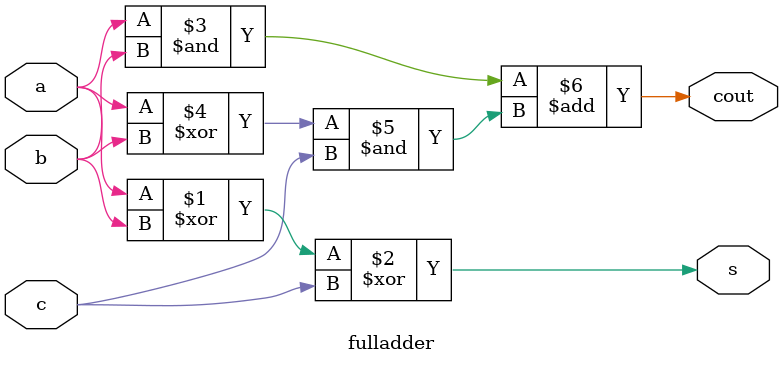
<source format=v>
`timescale 1ns / 1ps
module fulladder(
    input a,
    input b,
    input c,
    output s,
    output cout
    );
    
    assign s=a^b^c;
    assign cout=(a&b)+((a^b)&c);
endmodule

</source>
